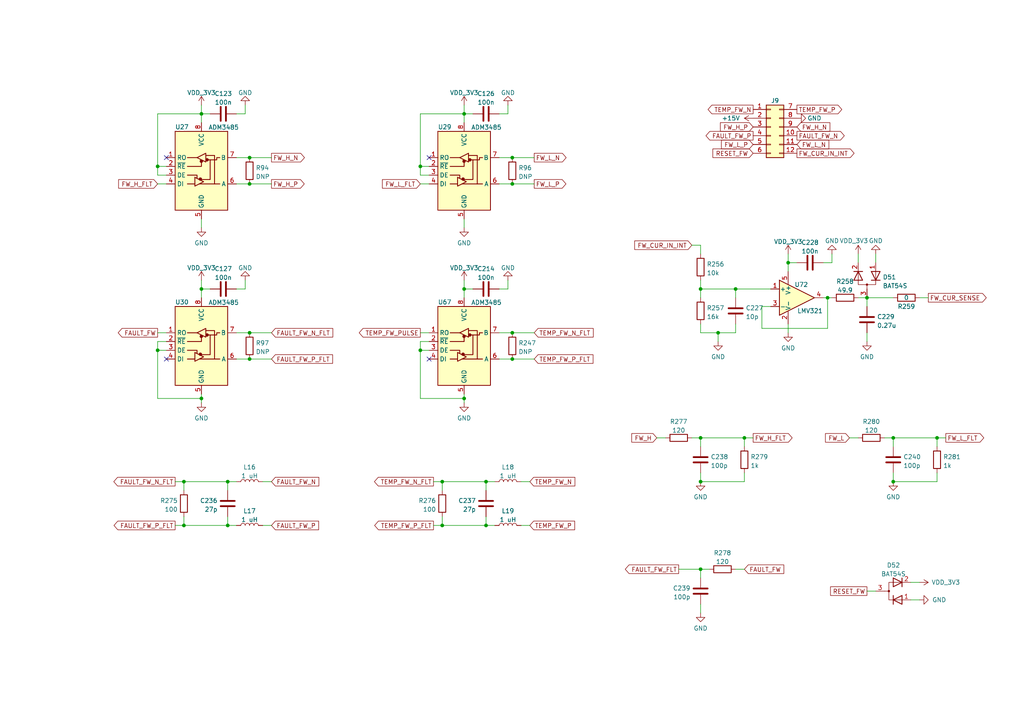
<source format=kicad_sch>
(kicad_sch (version 20231120) (generator "eeschema") (generator_version "8.0")
  (paper "A4")
  (lib_symbols
    (symbol "Amplifier_Operational:LMV321" (pin_names (offset 0.127))
      (property "Reference" "U" (at 0 5.08 0))
      (property "Value" "LMV321" (at 0 -5.08 0))
      (symbol "LMV321_0_1"
        (polyline (pts (xy -5.08 5.08) (xy 5.08 0) (xy -5.08 -5.08) (xy -5.08 5.08)) (stroke (width 0.254)) (fill (type background)))
        (pin power_in line (at -2.54 -7.62 90) (length 3.81) (name "V-") (number "2"))
        (pin power_in line (at -2.54 7.62 270) (length 3.81) (name "V+") (number "5"))
      )
      (symbol "LMV321_1_1"
        (pin input line (at -7.62 2.54 0) (length 2.54) (name "+") (number "1"))
        (pin input line (at -7.62 -2.54 0) (length 2.54) (name "-") (number "3"))
        (pin output line (at 7.62 0 180) (length 2.54) (name "~") (number "4"))
      )
    )
    (symbol "Connector_Generic:Conn_02x06_Top_Bottom" (pin_names (offset 1.016) hide)
      (property "Reference" "J" (at 1.27 7.62 0))
      (property "Value" "Conn_02x06_Top_Bottom" (at 1.27 -10.16 0))
      (symbol "Conn_02x06_Top_Bottom_1_1"
        (rectangle (start -1.27 -7.493) (end 0 -7.747) (stroke (width 0.1524)))
        (rectangle (start -1.27 -4.953) (end 0 -5.207) (stroke (width 0.1524)))
        (rectangle (start -1.27 -2.413) (end 0 -2.667) (stroke (width 0.1524)))
        (rectangle (start -1.27 0.127) (end 0 -0.127) (stroke (width 0.1524)))
        (rectangle (start -1.27 2.667) (end 0 2.413) (stroke (width 0.1524)))
        (rectangle (start -1.27 5.207) (end 0 4.953) (stroke (width 0.1524)))
        (rectangle (start -1.27 6.35) (end 3.81 -8.89) (stroke (width 0.254)) (fill (type background)))
        (rectangle (start 3.81 -7.493) (end 2.54 -7.747) (stroke (width 0.1524)))
        (rectangle (start 3.81 -4.953) (end 2.54 -5.207) (stroke (width 0.1524)))
        (rectangle (start 3.81 -2.413) (end 2.54 -2.667) (stroke (width 0.1524)))
        (rectangle (start 3.81 0.127) (end 2.54 -0.127) (stroke (width 0.1524)))
        (rectangle (start 3.81 2.667) (end 2.54 2.413) (stroke (width 0.1524)))
        (rectangle (start 3.81 5.207) (end 2.54 4.953) (stroke (width 0.1524)))
        (pin passive line (at -5.08 5.08 0) (length 3.81) (name "Pin_1") (number "1"))
        (pin passive line (at 7.62 -2.54 180) (length 3.81) (name "Pin_10") (number "10"))
        (pin passive line (at 7.62 -5.08 180) (length 3.81) (name "Pin_11") (number "11"))
        (pin passive line (at 7.62 -7.62 180) (length 3.81) (name "Pin_12") (number "12"))
        (pin passive line (at -5.08 2.54 0) (length 3.81) (name "Pin_2") (number "2"))
        (pin passive line (at -5.08 0 0) (length 3.81) (name "Pin_3") (number "3"))
        (pin passive line (at -5.08 -2.54 0) (length 3.81) (name "Pin_4") (number "4"))
        (pin passive line (at -5.08 -5.08 0) (length 3.81) (name "Pin_5") (number "5"))
        (pin passive line (at -5.08 -7.62 0) (length 3.81) (name "Pin_6") (number "6"))
        (pin passive line (at 7.62 5.08 180) (length 3.81) (name "Pin_7") (number "7"))
        (pin passive line (at 7.62 2.54 180) (length 3.81) (name "Pin_8") (number "8"))
        (pin passive line (at 7.62 0 180) (length 3.81) (name "Pin_9") (number "9"))
      )
    )
    (symbol "Device:C" (pin_numbers hide) (pin_names (offset 0.254))
      (property "Reference" "C" (at 0.635 2.54 0))
      (property "Value" "C" (at 0.635 -2.54 0))
      (symbol "C_0_1"
        (polyline (pts (xy -2.032 -0.762) (xy 2.032 -0.762)) (stroke (width 0.508)))
        (polyline (pts (xy -2.032 0.762) (xy 2.032 0.762)) (stroke (width 0.508)))
      )
      (symbol "C_1_1"
        (pin passive line (at 0 3.81 270) (length 2.794) (name "~") (number "1"))
        (pin passive line (at 0 -3.81 90) (length 2.794) (name "~") (number "2"))
      )
    )
    (symbol "Device:D_Dual_Series_AKC_Parallel" (pin_names (offset 0.762) hide)
      (property "Reference" "D" (at 0 5.08 0))
      (property "Value" "D_Dual_Series_AKC_Parallel" (at 0 -5.08 0))
      (symbol "D_Dual_Series_AKC_Parallel_0_0"
        (polyline (pts (xy 0 -1.27) (xy 0 -3.81)) (stroke (width 0.254)))
        (polyline (pts (xy 2.54 3.81) (xy 2.54 1.27)) (stroke (width 0.254)))
      )
      (symbol "D_Dual_Series_AKC_Parallel_0_1"
        (circle (center -1.27 0) (radius 0.254) (fill (type outline)))
        (polyline (pts (xy -1.27 0) (xy -2.54 0)))
        (polyline (pts (xy 2.54 2.54) (xy -1.27 2.54) (xy -1.27 -2.54) (xy 2.54 -2.54)))
        (polyline (pts (xy 0 3.81) (xy 2.54 2.54) (xy 0 1.27) (xy 0 3.81) (xy 0 3.81) (xy 0 3.81)) (stroke (width 0.254)))
        (polyline (pts (xy 2.54 -1.27) (xy 0 -2.54) (xy 2.54 -3.81) (xy 2.54 -1.27) (xy 2.54 -1.27) (xy 2.54 -1.27)) (stroke (width 0.254)))
        (pin passive line (at 5.08 -2.54 180) (length 2.54) (name "K") (number "1"))
        (pin passive line (at 5.08 2.54 180) (length 2.54) (name "K") (number "2"))
        (pin passive line (at -5.08 0 0) (length 2.54) (name "A") (number "3"))
      )
    )
    (symbol "Device:L" (pin_numbers hide) (pin_names (offset 1.016) hide)
      (property "Reference" "L" (at -1.27 0 90))
      (property "Value" "L" (at 1.905 0 90))
      (symbol "L_0_1"
        (arc (start 0 -2.54) (mid 0.6323 -1.905) (end 0 -1.27))
        (arc (start 0 -1.27) (mid 0.6323 -0.635) (end 0 0))
        (arc (start 0 0) (mid 0.6323 0.635) (end 0 1.27))
        (arc (start 0 1.27) (mid 0.6323 1.905) (end 0 2.54))
      )
      (symbol "L_1_1"
        (pin passive line (at 0 3.81 270) (length 1.27) (name "1") (number "1"))
        (pin passive line (at 0 -3.81 90) (length 1.27) (name "2") (number "2"))
      )
    )
    (symbol "Device:R" (pin_numbers hide) (pin_names (offset 0))
      (property "Reference" "R" (at 2.032 0 90))
      (property "Value" "R" (at 0 0 90))
      (symbol "R_0_1"
        (rectangle (start -1.016 -2.54) (end 1.016 2.54) (stroke (width 0.254)))
      )
      (symbol "R_1_1"
        (pin passive line (at 0 3.81 270) (length 1.27) (name "~") (number "1"))
        (pin passive line (at 0 -3.81 90) (length 1.27) (name "~") (number "2"))
      )
    )
    (symbol "Project_Library:ADM3485"
      (property "Reference" "U" (at -6.096 11.43 0))
      (property "Value" "ADM3485" (at 0.762 11.43 0))
      (symbol "ADM3485_0_1"
        (rectangle (start -7.62 10.16) (end 7.62 -12.7) (stroke (width 0.254)) (fill (type background)))
        (circle (center -0.3048 -3.683) (radius 0.3556) (stroke (width 0.254)) (fill (type outline)))
        (circle (center -0.0254 1.4986) (radius 0.3556) (stroke (width 0.254)) (fill (type outline)))
        (polyline (pts (xy -4.064 -5.08) (xy -1.905 -5.08)) (stroke (width 0.254)))
        (polyline (pts (xy -4.064 2.54) (xy -1.27 2.54)) (stroke (width 0.254)))
        (polyline (pts (xy -1.27 -3.2004) (xy -1.27 -3.4544)) (stroke (width 0.254)))
        (polyline (pts (xy -0.635 -5.08) (xy 5.334 -5.08)) (stroke (width 0.254)))
        (polyline (pts (xy -4.064 -2.54) (xy -1.27 -2.54) (xy -1.27 -3.175)) (stroke (width 0.254)))
        (polyline (pts (xy 0 1.27) (xy 0 0) (xy -4.064 0)) (stroke (width 0.254)))
        (polyline (pts (xy 1.27 3.175) (xy 3.81 3.175) (xy 3.81 -5.08)) (stroke (width 0.254)))
        (polyline (pts (xy 2.54 1.905) (xy 2.54 -3.81) (xy 0 -3.81)) (stroke (width 0.254)))
        (polyline (pts (xy -1.905 -3.175) (xy -1.905 -5.715) (xy 0.635 -4.445) (xy -1.905 -3.175)) (stroke (width 0.254)))
        (polyline (pts (xy -1.27 2.54) (xy 1.27 3.81) (xy 1.27 1.27) (xy -1.27 2.54)) (stroke (width 0.254)))
        (polyline (pts (xy 1.905 1.905) (xy 4.445 1.905) (xy 4.445 2.54) (xy 5.334 2.54)) (stroke (width 0.254)))
        (rectangle (start 1.27 3.175) (end 1.27 3.175))
        (circle (center 1.651 1.905) (radius 0.3556) (stroke (width 0.254)) (fill (type outline)))
      )
      (symbol "ADM3485_1_1"
        (pin output line (at -10.16 2.54 0) (length 2.54) (name "RO") (number "1"))
        (pin input line (at -10.16 0 0) (length 2.54) (name "~{RE}") (number "2"))
        (pin input line (at -10.16 -2.54 0) (length 2.54) (name "DE") (number "3"))
        (pin input line (at -10.16 -5.08 0) (length 2.54) (name "DI") (number "4"))
        (pin power_in line (at 0 -15.24 90) (length 2.54) (name "GND") (number "5"))
        (pin bidirectional line (at 10.16 -5.08 180) (length 2.54) (name "A") (number "6"))
        (pin bidirectional line (at 10.16 2.54 180) (length 2.54) (name "B") (number "7"))
        (pin power_in line (at 0 12.7 270) (length 2.54) (name "VCC") (number "8"))
      )
    )
    (symbol "Project_Library:VDD_3V3" (power) (pin_names (offset 0))
      (property "Value" "VDD_3V3" (at 0 3.81 0))
      (symbol "VDD_3V3_0_1"
        (polyline (pts (xy -0.762 1.27) (xy 0 2.54)))
        (polyline (pts (xy 0 0) (xy 0 2.54)))
        (polyline (pts (xy 0 2.54) (xy 0.762 1.27)))
      )
      (symbol "VDD_3V3_1_1"
        (pin power_in line (at 0 0 90) (length 0) hide (name "VDD_3V3") (number "1"))
      )
    )
    (symbol "power:+15V" (power) (pin_names (offset 0))
      (property "Value" "+15V" (at 0 3.556 0))
      (symbol "+15V_0_1"
        (polyline (pts (xy -0.762 1.27) (xy 0 2.54)))
        (polyline (pts (xy 0 0) (xy 0 2.54)))
        (polyline (pts (xy 0 2.54) (xy 0.762 1.27)))
      )
      (symbol "+15V_1_1"
        (pin power_in line (at 0 0 90) (length 0) hide (name "+15V") (number "1"))
      )
    )
    (symbol "power:GND" (power) (pin_names (offset 0))
      (property "Value" "GND" (at 0 -3.81 0))
      (symbol "GND_0_1"
        (polyline (pts (xy 0 0) (xy 0 -1.27) (xy 1.27 -1.27) (xy 0 -2.54) (xy -1.27 -1.27) (xy 0 -1.27)))
      )
      (symbol "GND_1_1"
        (pin power_in line (at 0 0 270) (length 0) hide (name "GND") (number "1"))
      )
    )
  )
  (junction (at 121.92 101.6))
  (junction (at 140.97 152.4))
  (junction (at 228.6 76.2))
  (junction (at 53.34 152.4))
  (junction (at 58.42 115.57))
  (junction (at 148.59 104.14))
  (junction (at 203.2 139.7))
  (junction (at 53.34 139.7))
  (junction (at 134.62 83.82))
  (junction (at 72.39 53.34))
  (junction (at 203.2 165.1))
  (junction (at 58.42 83.82))
  (junction (at 240.03 86.36))
  (junction (at 148.59 53.34))
  (junction (at 66.04 152.4))
  (junction (at 128.27 139.7))
  (junction (at 45.72 101.6))
  (junction (at 259.08 127))
  (junction (at 140.97 139.7))
  (junction (at 271.78 127))
  (junction (at 148.59 96.52))
  (junction (at 72.39 104.14))
  (junction (at 58.42 33.02))
  (junction (at 215.9 127))
  (junction (at 72.39 45.72))
  (junction (at 128.27 152.4))
  (junction (at 148.59 45.72))
  (junction (at 45.72 48.26))
  (junction (at 251.46 86.36))
  (junction (at 203.2 127))
  (junction (at 208.28 96.52))
  (junction (at 213.36 83.82))
  (junction (at 66.04 139.7))
  (junction (at 259.08 139.7))
  (junction (at 72.39 96.52))
  (junction (at 121.92 48.26))
  (junction (at 134.62 33.02))
  (junction (at 134.62 115.57))
  (junction (at 203.2 83.82))
  (no_connect (at 124.46 104.14))
  (no_connect (at 48.26 104.14))
  (no_connect (at 48.26 45.72))
  (no_connect (at 124.46 45.72))
  (wire (pts (xy 228.6 76.2) (xy 228.6 78.74)))
  (wire (pts (xy 208.28 99.06) (xy 208.28 96.52)))
  (wire (pts (xy 266.7 86.36) (xy 269.24 86.36)))
  (wire (pts (xy 200.66 127) (xy 203.2 127)))
  (wire (pts (xy 203.2 96.52) (xy 208.28 96.52)))
  (wire (pts (xy 71.12 30.48) (xy 71.12 33.02)))
  (wire (pts (xy 68.58 53.34) (xy 72.39 53.34)))
  (wire (pts (xy 143.51 139.7) (xy 140.97 139.7)))
  (wire (pts (xy 121.92 96.52) (xy 124.46 96.52)))
  (wire (pts (xy 251.46 88.9) (xy 251.46 86.36)))
  (wire (pts (xy 134.62 83.82) (xy 137.16 83.82)))
  (wire (pts (xy 223.52 83.82) (xy 213.36 83.82)))
  (wire (pts (xy 231.14 76.2) (xy 228.6 76.2)))
  (wire (pts (xy 144.78 96.52) (xy 148.59 96.52)))
  (wire (pts (xy 144.78 104.14) (xy 148.59 104.14)))
  (wire (pts (xy 256.54 127) (xy 259.08 127)))
  (wire (pts (xy 134.62 63.5) (xy 134.62 66.04)))
  (wire (pts (xy 124.46 99.06) (xy 121.92 99.06)))
  (wire (pts (xy 45.72 101.6) (xy 45.72 115.57)))
  (wire (pts (xy 251.46 86.36) (xy 259.08 86.36)))
  (wire (pts (xy 124.46 50.8) (xy 121.92 50.8)))
  (wire (pts (xy 266.7 173.99) (xy 264.16 173.99)))
  (wire (pts (xy 58.42 83.82) (xy 60.96 83.82)))
  (wire (pts (xy 220.98 88.9) (xy 223.52 88.9)))
  (wire (pts (xy 71.12 81.28) (xy 71.12 83.82)))
  (wire (pts (xy 140.97 152.4) (xy 143.51 152.4)))
  (wire (pts (xy 72.39 53.34) (xy 78.74 53.34)))
  (wire (pts (xy 271.78 139.7) (xy 259.08 139.7)))
  (wire (pts (xy 53.34 149.86) (xy 53.34 152.4)))
  (wire (pts (xy 248.92 73.66) (xy 248.92 76.2)))
  (wire (pts (xy 53.34 152.4) (xy 50.8 152.4)))
  (wire (pts (xy 228.6 73.66) (xy 228.6 76.2)))
  (wire (pts (xy 140.97 149.86) (xy 140.97 152.4)))
  (wire (pts (xy 48.26 50.8) (xy 45.72 50.8)))
  (wire (pts (xy 128.27 139.7) (xy 125.73 139.7)))
  (wire (pts (xy 203.2 83.82) (xy 203.2 86.36)))
  (wire (pts (xy 147.32 30.48) (xy 147.32 33.02)))
  (wire (pts (xy 53.34 139.7) (xy 50.8 139.7)))
  (wire (pts (xy 53.34 139.7) (xy 53.34 142.24)))
  (wire (pts (xy 208.28 96.52) (xy 213.36 96.52)))
  (wire (pts (xy 78.74 152.4) (xy 76.2 152.4)))
  (wire (pts (xy 147.32 81.28) (xy 147.32 83.82)))
  (wire (pts (xy 121.92 50.8) (xy 121.92 48.26)))
  (wire (pts (xy 246.38 127) (xy 248.92 127)))
  (wire (pts (xy 66.04 152.4) (xy 68.58 152.4)))
  (wire (pts (xy 259.08 137.16) (xy 259.08 139.7)))
  (wire (pts (xy 144.78 45.72) (xy 148.59 45.72)))
  (wire (pts (xy 58.42 63.5) (xy 58.42 66.04)))
  (wire (pts (xy 215.9 127) (xy 215.9 129.54)))
  (wire (pts (xy 215.9 139.7) (xy 203.2 139.7)))
  (wire (pts (xy 78.74 139.7) (xy 76.2 139.7)))
  (wire (pts (xy 196.85 165.1) (xy 203.2 165.1)))
  (wire (pts (xy 148.59 53.34) (xy 154.94 53.34)))
  (wire (pts (xy 58.42 33.02) (xy 60.96 33.02)))
  (wire (pts (xy 124.46 101.6) (xy 121.92 101.6)))
  (wire (pts (xy 220.98 88.9) (xy 220.98 95.25)))
  (wire (pts (xy 134.62 33.02) (xy 137.16 33.02)))
  (wire (pts (xy 45.72 33.02) (xy 45.72 48.26)))
  (wire (pts (xy 128.27 152.4) (xy 140.97 152.4)))
  (wire (pts (xy 240.03 86.36) (xy 241.3 86.36)))
  (wire (pts (xy 134.62 81.28) (xy 134.62 83.82)))
  (wire (pts (xy 220.98 95.25) (xy 240.03 95.25)))
  (wire (pts (xy 134.62 33.02) (xy 134.62 35.56)))
  (wire (pts (xy 190.5 127) (xy 193.04 127)))
  (wire (pts (xy 148.59 96.52) (xy 154.94 96.52)))
  (wire (pts (xy 241.3 76.2) (xy 241.3 73.66)))
  (wire (pts (xy 213.36 93.98) (xy 213.36 96.52)))
  (wire (pts (xy 240.03 95.25) (xy 240.03 86.36)))
  (wire (pts (xy 121.92 33.02) (xy 134.62 33.02)))
  (wire (pts (xy 128.27 139.7) (xy 128.27 142.24)))
  (wire (pts (xy 48.26 99.06) (xy 45.72 99.06)))
  (wire (pts (xy 121.92 101.6) (xy 121.92 99.06)))
  (wire (pts (xy 45.72 50.8) (xy 45.72 48.26)))
  (wire (pts (xy 148.59 45.72) (xy 154.94 45.72)))
  (wire (pts (xy 205.74 165.1) (xy 203.2 165.1)))
  (wire (pts (xy 144.78 53.34) (xy 148.59 53.34)))
  (wire (pts (xy 147.32 83.82) (xy 144.78 83.82)))
  (wire (pts (xy 140.97 139.7) (xy 128.27 139.7)))
  (wire (pts (xy 72.39 45.72) (xy 78.74 45.72)))
  (wire (pts (xy 66.04 139.7) (xy 66.04 142.24)))
  (wire (pts (xy 128.27 149.86) (xy 128.27 152.4)))
  (wire (pts (xy 248.92 86.36) (xy 251.46 86.36)))
  (wire (pts (xy 58.42 114.3) (xy 58.42 115.57)))
  (wire (pts (xy 121.92 33.02) (xy 121.92 48.26)))
  (wire (pts (xy 121.92 101.6) (xy 121.92 115.57)))
  (wire (pts (xy 124.46 48.26) (xy 121.92 48.26)))
  (wire (pts (xy 266.7 168.91) (xy 264.16 168.91)))
  (wire (pts (xy 53.34 152.4) (xy 66.04 152.4)))
  (wire (pts (xy 148.59 104.14) (xy 154.94 104.14)))
  (wire (pts (xy 58.42 30.48) (xy 58.42 33.02)))
  (wire (pts (xy 271.78 127) (xy 271.78 129.54)))
  (wire (pts (xy 147.32 33.02) (xy 144.78 33.02)))
  (wire (pts (xy 58.42 81.28) (xy 58.42 83.82)))
  (wire (pts (xy 45.72 115.57) (xy 58.42 115.57)))
  (wire (pts (xy 254 73.66) (xy 254 76.2)))
  (wire (pts (xy 203.2 137.16) (xy 203.2 139.7)))
  (wire (pts (xy 58.42 33.02) (xy 58.42 35.56)))
  (wire (pts (xy 203.2 93.98) (xy 203.2 96.52)))
  (wire (pts (xy 68.58 104.14) (xy 72.39 104.14)))
  (wire (pts (xy 121.92 115.57) (xy 134.62 115.57)))
  (wire (pts (xy 128.27 152.4) (xy 125.73 152.4)))
  (wire (pts (xy 134.62 83.82) (xy 134.62 86.36)))
  (wire (pts (xy 45.72 53.34) (xy 48.26 53.34)))
  (wire (pts (xy 45.72 96.52) (xy 48.26 96.52)))
  (wire (pts (xy 72.39 96.52) (xy 78.74 96.52)))
  (wire (pts (xy 215.9 137.16) (xy 215.9 139.7)))
  (wire (pts (xy 45.72 101.6) (xy 45.72 99.06)))
  (wire (pts (xy 72.39 104.14) (xy 78.74 104.14)))
  (wire (pts (xy 238.76 76.2) (xy 241.3 76.2)))
  (wire (pts (xy 58.42 83.82) (xy 58.42 86.36)))
  (wire (pts (xy 68.58 96.52) (xy 72.39 96.52)))
  (wire (pts (xy 71.12 83.82) (xy 68.58 83.82)))
  (wire (pts (xy 153.67 152.4) (xy 151.13 152.4)))
  (wire (pts (xy 271.78 137.16) (xy 271.78 139.7)))
  (wire (pts (xy 48.26 101.6) (xy 45.72 101.6)))
  (wire (pts (xy 215.9 165.1) (xy 213.36 165.1)))
  (wire (pts (xy 48.26 48.26) (xy 45.72 48.26)))
  (wire (pts (xy 58.42 115.57) (xy 58.42 116.84)))
  (wire (pts (xy 140.97 139.7) (xy 140.97 142.24)))
  (wire (pts (xy 203.2 175.26) (xy 203.2 177.8)))
  (wire (pts (xy 134.62 115.57) (xy 134.62 116.84)))
  (wire (pts (xy 66.04 139.7) (xy 53.34 139.7)))
  (wire (pts (xy 238.76 86.36) (xy 240.03 86.36)))
  (wire (pts (xy 251.46 96.52) (xy 251.46 99.06)))
  (wire (pts (xy 71.12 33.02) (xy 68.58 33.02)))
  (wire (pts (xy 251.46 171.45) (xy 254 171.45)))
  (wire (pts (xy 228.6 93.98) (xy 228.6 96.52)))
  (wire (pts (xy 200.66 71.12) (xy 203.2 71.12)))
  (wire (pts (xy 203.2 127) (xy 203.2 129.54)))
  (wire (pts (xy 259.08 127) (xy 259.08 129.54)))
  (wire (pts (xy 153.67 139.7) (xy 151.13 139.7)))
  (wire (pts (xy 215.9 127) (xy 218.44 127)))
  (wire (pts (xy 203.2 83.82) (xy 213.36 83.82)))
  (wire (pts (xy 68.58 45.72) (xy 72.39 45.72)))
  (wire (pts (xy 271.78 127) (xy 274.32 127)))
  (wire (pts (xy 68.58 139.7) (xy 66.04 139.7)))
  (wire (pts (xy 45.72 33.02) (xy 58.42 33.02)))
  (wire (pts (xy 213.36 83.82) (xy 213.36 86.36)))
  (wire (pts (xy 259.08 127) (xy 271.78 127)))
  (wire (pts (xy 203.2 73.66) (xy 203.2 71.12)))
  (wire (pts (xy 203.2 165.1) (xy 203.2 167.64)))
  (wire (pts (xy 203.2 81.28) (xy 203.2 83.82)))
  (wire (pts (xy 66.04 149.86) (xy 66.04 152.4)))
  (wire (pts (xy 134.62 30.48) (xy 134.62 33.02)))
  (wire (pts (xy 203.2 127) (xy 215.9 127)))
  (wire (pts (xy 134.62 114.3) (xy 134.62 115.57)))
  (wire (pts (xy 121.92 53.34) (xy 124.46 53.34)))
  (global_label "TEMP_FW_PULSE" (shape output) (at 121.92 96.52 180) (property "Intersheetrefs" "${INTERSHEET_REFS}" (effects (hide yes))))
  (global_label "FW_L_FLT" (shape output) (at 274.32 127 0) (property "Intersheetrefs" "${INTERSHEET_REFS}" (effects (hide yes))))
  (global_label "FAULT_FW" (shape input) (at 215.9 165.1 0) (property "Intersheetrefs" "${INTERSHEET_REFS}" (effects (hide yes))))
  (global_label "TEMP_FW_P_FLT" (shape input) (at 154.94 104.14 0) (property "Intersheetrefs" "${INTERSHEET_REFS}" (effects (hide yes))))
  (global_label "FW_CUR_SENSE" (shape output) (at 269.24 86.36 0) (property "Intersheetrefs" "${INTERSHEET_REFS}" (effects (hide yes))))
  (global_label "FAULT_FW_N" (shape output) (at 231.14 39.37 0) (property "Intersheetrefs" "${INTERSHEET_REFS}" (effects (hide yes))))
  (global_label "FW_CUR_IN_INT" (shape output) (at 231.14 44.45 0) (property "Intersheetrefs" "${INTERSHEET_REFS}" (effects (hide yes))))
  (global_label "FAULT_FW" (shape output) (at 45.72 96.52 180) (property "Intersheetrefs" "${INTERSHEET_REFS}" (effects (hide yes))))
  (global_label "TEMP_FW_P_FLT" (shape output) (at 125.73 152.4 180) (property "Intersheetrefs" "${INTERSHEET_REFS}" (effects (hide yes))))
  (global_label "FW_L" (shape input) (at 246.38 127 180) (property "Intersheetrefs" "${INTERSHEET_REFS}" (effects (hide yes))))
  (global_label "FW_H" (shape input) (at 190.5 127 180) (property "Intersheetrefs" "${INTERSHEET_REFS}" (effects (hide yes))))
  (global_label "FAULT_FW_P" (shape output) (at 218.44 39.37 180) (property "Intersheetrefs" "${INTERSHEET_REFS}" (effects (hide yes))))
  (global_label "FW_H_FLT" (shape output) (at 218.44 127 0) (property "Intersheetrefs" "${INTERSHEET_REFS}" (effects (hide yes))))
  (global_label "TEMP_FW_P" (shape input) (at 153.67 152.4 0) (property "Intersheetrefs" "${INTERSHEET_REFS}" (effects (hide yes))))
  (global_label "FAULT_FW_N_FLT" (shape output) (at 50.8 139.7 180) (property "Intersheetrefs" "${INTERSHEET_REFS}" (effects (hide yes))))
  (global_label "FW_H_P" (shape input) (at 218.44 36.83 180) (property "Intersheetrefs" "${INTERSHEET_REFS}" (effects (hide yes))))
  (global_label "FW_H_FLT" (shape input) (at 45.72 53.34 180) (property "Intersheetrefs" "${INTERSHEET_REFS}" (effects (hide yes))))
  (global_label "TEMP_FW_N_FLT" (shape output) (at 125.73 139.7 180) (property "Intersheetrefs" "${INTERSHEET_REFS}" (effects (hide yes))))
  (global_label "TEMP_FW_N" (shape input) (at 153.67 139.7 0) (property "Intersheetrefs" "${INTERSHEET_REFS}" (effects (hide yes))))
  (global_label "FAULT_FW_P_FLT" (shape output) (at 50.8 152.4 180) (property "Intersheetrefs" "${INTERSHEET_REFS}" (effects (hide yes))))
  (global_label "FAULT_FW_N" (shape input) (at 78.74 139.7 0) (property "Intersheetrefs" "${INTERSHEET_REFS}" (effects (hide yes))))
  (global_label "RESET_FW" (shape passive) (at 251.46 171.45 180) (property "Intersheetrefs" "${INTERSHEET_REFS}" (effects (hide yes))))
  (global_label "TEMP_FW_P" (shape output) (at 231.14 31.75 0) (property "Intersheetrefs" "${INTERSHEET_REFS}" (effects (hide yes))))
  (global_label "FW_H_P" (shape output) (at 78.74 53.34 0) (property "Intersheetrefs" "${INTERSHEET_REFS}" (effects (hide yes))))
  (global_label "FAULT_FW_FLT" (shape output) (at 196.85 165.1 180) (property "Intersheetrefs" "${INTERSHEET_REFS}" (effects (hide yes))))
  (global_label "FW_H_N" (shape input) (at 231.14 36.83 0) (property "Intersheetrefs" "${INTERSHEET_REFS}" (effects (hide yes))))
  (global_label "TEMP_FW_N" (shape output) (at 218.44 31.75 180) (property "Intersheetrefs" "${INTERSHEET_REFS}" (effects (hide yes))))
  (global_label "RESET_FW" (shape input) (at 218.44 44.45 180) (property "Intersheetrefs" "${INTERSHEET_REFS}" (effects (hide yes))))
  (global_label "FAULT_FW_N_FLT" (shape input) (at 78.74 96.52 0) (property "Intersheetrefs" "${INTERSHEET_REFS}" (effects (hide yes))))
  (global_label "FAULT_FW_P_FLT" (shape input) (at 78.74 104.14 0) (property "Intersheetrefs" "${INTERSHEET_REFS}" (effects (hide yes))))
  (global_label "FW_L_P" (shape output) (at 154.94 53.34 0) (property "Intersheetrefs" "${INTERSHEET_REFS}" (effects (hide yes))))
  (global_label "FAULT_FW_P" (shape input) (at 78.74 152.4 0) (property "Intersheetrefs" "${INTERSHEET_REFS}" (effects (hide yes))))
  (global_label "FW_L_N" (shape input) (at 231.14 41.91 0) (property "Intersheetrefs" "${INTERSHEET_REFS}" (effects (hide yes))))
  (global_label "FW_CUR_IN_INT" (shape input) (at 200.66 71.12 180) (property "Intersheetrefs" "${INTERSHEET_REFS}" (effects (hide yes))))
  (global_label "TEMP_FW_N_FLT" (shape input) (at 154.94 96.52 0) (property "Intersheetrefs" "${INTERSHEET_REFS}" (effects (hide yes))))
  (global_label "FW_H_N" (shape output) (at 78.74 45.72 0) (property "Intersheetrefs" "${INTERSHEET_REFS}" (effects (hide yes))))
  (global_label "FW_L_N" (shape output) (at 154.94 45.72 0) (property "Intersheetrefs" "${INTERSHEET_REFS}" (effects (hide yes))))
  (global_label "FW_L_FLT" (shape input) (at 121.92 53.34 180) (property "Intersheetrefs" "${INTERSHEET_REFS}" (effects (hide yes))))
  (global_label "FW_L_P" (shape input) (at 218.44 41.91 180) (property "Intersheetrefs" "${INTERSHEET_REFS}" (effects (hide yes))))
  (symbol (lib_id "Device:R") (at 148.59 49.53 0) (unit 1)
    (property "Reference" "R96" (at 150.368 48.6953 0) (effects (justify left)))
    (property "Value" "DNP" (at 150.368 51.2322 0) (effects (justify left)))
    (property "Footprint" "Resistor_SMD:R_0805_2012Metric" (effects (hide yes)))
  )
  (symbol (lib_id "power:GND") (at 254 73.66 180) (unit 1)
    (property "Reference" "#PWR0438" (effects (hide yes)))
    (property "Value" "GND" (at 254 69.85 0))
  )
  (symbol (lib_id "Project_Library:VDD_3V3") (at 134.62 81.28 0) (unit 1)
    (property "Reference" "#PWR0409" (effects (hide yes)))
    (property "Value" "VDD_3V3" (at 134.62 77.7042 0))
  )
  (symbol (lib_id "power:GND") (at 58.42 66.04 0) (unit 1)
    (property "Reference" "#PWR0164" (effects (hide yes)))
    (property "Value" "GND" (at 58.42 70.4834 0))
  )
  (symbol (lib_id "Device:R") (at 53.34 146.05 0) (mirror x) (unit 1)
    (property "Reference" "R275" (at 51.562 145.2153 0) (effects (justify right)))
    (property "Value" "100" (at 51.562 147.7522 0) (effects (justify right)))
    (property "Footprint" "Resistor_SMD:R_0603_1608Metric" (effects (hide yes)))
  )
  (symbol (lib_id "Project_Library:VDD_3V3") (at 248.92 73.66 0) (unit 1)
    (property "Reference" "#PWR0437" (effects (hide yes)))
    (property "Value" "VDD_3V3" (at 247.65 69.85 0))
  )
  (symbol (lib_id "power:GND") (at 259.08 139.7 0) (unit 1)
    (property "Reference" "#PWR0455" (effects (hide yes)))
    (property "Value" "GND" (at 259.08 144.1434 0))
  )
  (symbol (lib_id "power:+15V") (at 218.44 34.29 90) (unit 1)
    (property "Reference" "#PWR0417" (effects (hide yes)))
    (property "Value" "+15V" (at 214.63 34.29 90) (effects (justify left)))
  )
  (symbol (lib_id "Device:C") (at 234.95 76.2 90) (unit 1)
    (property "Reference" "C228" (at 234.95 70.3412 90))
    (property "Value" "100n" (at 234.95 72.8781 90))
    (property "Footprint" "Capacitor_SMD:C_0603_1608Metric" (effects (hide yes)))
  )
  (symbol (lib_id "power:GND") (at 134.62 116.84 0) (unit 1)
    (property "Reference" "#PWR0410" (effects (hide yes)))
    (property "Value" "GND" (at 134.62 121.2834 0))
  )
  (symbol (lib_id "Project_Library:ADM3485") (at 134.62 48.26 0) (unit 1)
    (property "Reference" "U29" (at 127 36.83 0) (effects (justify left)))
    (property "Value" "ADM3485" (at 136.6394 36.9371 0) (effects (justify left)))
    (property "Footprint" "Package_SO:SOIC-8_3.9x4.9mm_P1.27mm" (effects (hide yes)))
    (property "Datasheet" "https://datasheet.lcsc.com/lcsc/2105241807_UMW-Youtai-Semiconductor-Co---Ltd--ADM3485EARZ_C2829053.pdf" (effects (hide yes)))
  )
  (symbol (lib_id "Device:R") (at 203.2 90.17 0) (unit 1)
    (property "Reference" "R257" (at 204.978 89.3353 0) (effects (justify left)))
    (property "Value" "16k" (at 204.978 91.8722 0) (effects (justify left)))
    (property "Footprint" "Resistor_SMD:R_0603_1608Metric" (effects (hide yes)))
  )
  (symbol (lib_id "Device:R") (at 72.39 49.53 0) (unit 1)
    (property "Reference" "R94" (at 74.168 48.6953 0) (effects (justify left)))
    (property "Value" "DNP" (at 74.168 51.2322 0) (effects (justify left)))
    (property "Footprint" "Resistor_SMD:R_0805_2012Metric" (effects (hide yes)))
  )
  (symbol (lib_id "Device:R") (at 252.73 127 90) (unit 1)
    (property "Reference" "R280" (at 252.73 122.2842 90))
    (property "Value" "120" (at 252.73 124.8211 90))
    (property "Footprint" "Resistor_SMD:R_0603_1608Metric" (effects (hide yes)))
  )
  (symbol (lib_id "power:GND") (at 266.7 173.99 90) (unit 1)
    (property "Reference" "#PWR0452" (effects (hide yes)))
    (property "Value" "GND" (at 272.415 173.99 90))
  )
  (symbol (lib_id "Project_Library:VDD_3V3") (at 134.62 30.48 0) (unit 1)
    (property "Reference" "#PWR0173" (effects (hide yes)))
    (property "Value" "VDD_3V3" (at 134.62 26.9042 0))
  )
  (symbol (lib_id "power:GND") (at 251.46 99.06 0) (unit 1)
    (property "Reference" "#PWR0433" (effects (hide yes)))
    (property "Value" "GND" (at 251.46 103.5034 0))
  )
  (symbol (lib_id "Device:L") (at 147.32 139.7 270) (mirror x) (unit 1)
    (property "Reference" "L18" (at 147.32 135.4922 90))
    (property "Value" "1 uH" (at 147.32 138.0291 90))
    (property "Footprint" "Inductor_SMD:L_0805_2012Metric" (effects (hide yes)))
  )
  (symbol (lib_id "Project_Library:VDD_3V3") (at 58.42 81.28 0) (unit 1)
    (property "Reference" "#PWR0176" (effects (hide yes)))
    (property "Value" "VDD_3V3" (at 58.42 77.7042 0))
  )
  (symbol (lib_id "power:GND") (at 203.2 177.8 0) (mirror y) (unit 1)
    (property "Reference" "#PWR0454" (effects (hide yes)))
    (property "Value" "GND" (at 203.2 182.2434 0))
  )
  (symbol (lib_id "power:GND") (at 71.12 30.48 180) (unit 1)
    (property "Reference" "#PWR0166" (effects (hide yes)))
    (property "Value" "GND" (at 71.12 26.9042 0))
  )
  (symbol (lib_id "Project_Library:VDD_3V3") (at 58.42 30.48 0) (unit 1)
    (property "Reference" "#PWR0163" (effects (hide yes)))
    (property "Value" "VDD_3V3" (at 58.42 26.9042 0))
  )
  (symbol (lib_id "Device:L") (at 147.32 152.4 270) (mirror x) (unit 1)
    (property "Reference" "L19" (at 147.32 148.1922 90))
    (property "Value" "1 uH" (at 147.32 150.7291 90))
    (property "Footprint" "Inductor_SMD:L_0805_2012Metric" (effects (hide yes)))
  )
  (symbol (lib_id "power:GND") (at 147.32 30.48 180) (unit 1)
    (property "Reference" "#PWR0175" (effects (hide yes)))
    (property "Value" "GND" (at 147.32 26.9042 0))
  )
  (symbol (lib_id "power:GND") (at 147.32 81.28 180) (unit 1)
    (property "Reference" "#PWR0411" (effects (hide yes)))
    (property "Value" "GND" (at 147.32 77.7042 0))
  )
  (symbol (lib_id "Device:R") (at 245.11 86.36 90) (unit 1)
    (property "Reference" "R258" (at 245.11 81.6442 90))
    (property "Value" "49.9" (at 245.11 84.1811 90))
    (property "Footprint" "Resistor_SMD:R_0603_1608Metric" (effects (hide yes)))
  )
  (symbol (lib_id "Device:R") (at 262.89 86.36 90) (unit 1)
    (property "Reference" "R259" (at 262.89 88.9 90))
    (property "Value" "0" (at 262.89 86.36 90))
    (property "Footprint" "Resistor_SMD:R_0603_1608Metric" (effects (hide yes)))
  )
  (symbol (lib_id "Project_Library:ADM3485") (at 58.42 99.06 0) (unit 1)
    (property "Reference" "U30" (at 50.8 87.63 0) (effects (justify left)))
    (property "Value" "ADM3485" (at 60.4394 87.7371 0) (effects (justify left)))
    (property "Footprint" "Package_SO:SOIC-8_3.9x4.9mm_P1.27mm" (effects (hide yes)))
    (property "Datasheet" "https://datasheet.lcsc.com/lcsc/2105241807_UMW-Youtai-Semiconductor-Co---Ltd--ADM3485EARZ_C2829053.pdf" (effects (hide yes)))
  )
  (symbol (lib_id "Device:C") (at 213.36 90.17 0) (unit 1)
    (property "Reference" "C227" (at 216.281 89.3353 0) (effects (justify left)))
    (property "Value" "10p" (at 216.281 91.8722 0) (effects (justify left)))
    (property "Footprint" "Capacitor_SMD:C_0603_1608Metric" (effects (hide yes)))
  )
  (symbol (lib_id "Device:L") (at 72.39 152.4 270) (mirror x) (unit 1)
    (property "Reference" "L17" (at 72.39 148.1922 90))
    (property "Value" "1 uH" (at 72.39 150.7291 90))
    (property "Footprint" "Inductor_SMD:L_0805_2012Metric" (effects (hide yes)))
  )
  (symbol (lib_id "Device:C") (at 140.97 83.82 90) (unit 1)
    (property "Reference" "C214" (at 140.97 77.9612 90))
    (property "Value" "100n" (at 140.97 80.4981 90))
    (property "Footprint" "Capacitor_SMD:C_1206_3216Metric" (effects (hide yes)))
  )
  (symbol (lib_id "Device:C") (at 140.97 33.02 90) (unit 1)
    (property "Reference" "C126" (at 140.97 27.1612 90))
    (property "Value" "100n" (at 140.97 29.6981 90))
    (property "Footprint" "Capacitor_SMD:C_1206_3216Metric" (effects (hide yes)))
  )
  (symbol (lib_id "Device:C") (at 203.2 171.45 0) (mirror y) (unit 1)
    (property "Reference" "C239" (at 200.279 170.6153 0) (effects (justify left)))
    (property "Value" "100p" (at 200.279 173.1522 0) (effects (justify left)))
    (property "Footprint" "Capacitor_SMD:C_0603_1608Metric" (effects (hide yes)))
  )
  (symbol (lib_id "power:GND") (at 58.42 116.84 0) (unit 1)
    (property "Reference" "#PWR0177" (effects (hide yes)))
    (property "Value" "GND" (at 58.42 121.2834 0))
  )
  (symbol (lib_id "Device:R") (at 215.9 133.35 180) (unit 1)
    (property "Reference" "R279" (at 217.678 132.5153 0) (effects (justify right)))
    (property "Value" "1k" (at 217.678 135.0522 0) (effects (justify right)))
    (property "Footprint" "Resistor_SMD:R_0603_1608Metric" (effects (hide yes)))
  )
  (symbol (lib_id "Device:C") (at 251.46 92.71 0) (unit 1)
    (property "Reference" "C229" (at 254.381 91.8753 0) (effects (justify left)))
    (property "Value" "0.27u" (at 254.381 94.4122 0) (effects (justify left)))
    (property "Footprint" "Capacitor_SMD:C_0603_1608Metric" (effects (hide yes)))
  )
  (symbol (lib_id "Amplifier_Operational:LMV321") (at 231.14 86.36 0) (unit 1)
    (property "Reference" "U72" (at 232.41 82.55 0))
    (property "Value" "LMV321" (at 234.95 90.17 0))
    (property "Footprint" "Package_TO_SOT_SMD:SOT-23-5" (effects (hide yes)))
    (property "Datasheet" "http://www.ti.com/lit/ds/symlink/lmv324.pdf" (effects (hide yes)))
  )
  (symbol (lib_id "Connector_Generic:Conn_02x06_Top_Bottom") (at 223.52 36.83 0) (unit 1)
    (property "Reference" "J9" (at 224.79 29.21 0))
    (property "Footprint" "Connector_Molex:Molex_Micro-Fit_3.0_43045-1200_2x06_P3.00mm_Horizontal" (effects (hide yes)))
    (property "Description" "Generic connector, double row, 02x06, top/bottom pin numbering scheme (row 1: 1...pins_per_row, row2: pins_per_row+1 ... num_pins), script generated (kicad-library-utils/schlib/autogen/connector/)" (effects (hide yes)))
  )
  (symbol (lib_id "Device:D_Dual_Series_AKC_Parallel") (at 259.08 171.45 0) (unit 1)
    (property "Reference" "D52" (at 259.1435 163.9402 0))
    (property "Value" "BAT54S" (at 259.1435 166.4771 0))
    (property "Footprint" "Package_TO_SOT_SMD:SOT-23" (effects (hide yes)))
  )
  (symbol (lib_id "Device:C") (at 259.08 133.35 0) (unit 1)
    (property "Reference" "C240" (at 262.001 132.5153 0) (effects (justify left)))
    (property "Value" "100p" (at 262.001 135.0522 0) (effects (justify left)))
    (property "Footprint" "Capacitor_SMD:C_0603_1608Metric" (effects (hide yes)))
  )
  (symbol (lib_id "Device:R") (at 196.85 127 90) (unit 1)
    (property "Reference" "R277" (at 196.85 122.2842 90))
    (property "Value" "120" (at 196.85 124.8211 90))
    (property "Footprint" "Resistor_SMD:R_0603_1608Metric" (effects (hide yes)))
  )
  (symbol (lib_id "Device:C") (at 203.2 133.35 0) (unit 1)
    (property "Reference" "C238" (at 206.121 132.5153 0) (effects (justify left)))
    (property "Value" "100p" (at 206.121 135.0522 0) (effects (justify left)))
    (property "Footprint" "Capacitor_SMD:C_0603_1608Metric" (effects (hide yes)))
  )
  (symbol (lib_id "Project_Library:VDD_3V3") (at 266.7 168.91 270) (unit 1)
    (property "Reference" "#PWR0451" (effects (hide yes)))
    (property "Value" "VDD_3V3" (at 274.32 168.91 90))
  )
  (symbol (lib_id "Device:R") (at 203.2 77.47 0) (unit 1)
    (property "Reference" "R256" (at 204.978 76.6353 0) (effects (justify left)))
    (property "Value" "10k" (at 204.978 79.1722 0) (effects (justify left)))
    (property "Footprint" "Resistor_SMD:R_0603_1608Metric" (effects (hide yes)))
  )
  (symbol (lib_id "Device:R") (at 128.27 146.05 0) (mirror x) (unit 1)
    (property "Reference" "R276" (at 126.492 145.2153 0) (effects (justify right)))
    (property "Value" "100" (at 126.492 147.7522 0) (effects (justify right)))
    (property "Footprint" "Resistor_SMD:R_0603_1608Metric" (effects (hide yes)))
  )
  (symbol (lib_id "power:GND") (at 134.62 66.04 0) (unit 1)
    (property "Reference" "#PWR0174" (effects (hide yes)))
    (property "Value" "GND" (at 134.62 70.4834 0))
  )
  (symbol (lib_id "Device:R") (at 209.55 165.1 270) (mirror x) (unit 1)
    (property "Reference" "R278" (at 209.55 160.3842 90))
    (property "Value" "120" (at 209.55 162.9211 90))
    (property "Footprint" "Resistor_SMD:R_0603_1608Metric" (effects (hide yes)))
  )
  (symbol (lib_id "Device:C") (at 66.04 146.05 0) (mirror y) (unit 1)
    (property "Reference" "C236" (at 63.119 145.2153 0) (effects (justify left)))
    (property "Value" "27p" (at 63.119 147.7522 0) (effects (justify left)))
    (property "Footprint" "Capacitor_SMD:C_0603_1608Metric" (effects (hide yes)))
  )
  (symbol (lib_id "Device:D_Dual_Series_AKC_Parallel") (at 251.46 81.28 90) (unit 1)
    (property "Reference" "D51" (at 256.032 80.3818 90) (effects (justify right)))
    (property "Value" "BAT54S" (at 256.032 82.9187 90) (effects (justify right)))
    (property "Footprint" "Package_TO_SOT_SMD:SOT-23" (effects (hide yes)))
  )
  (symbol (lib_id "Device:L") (at 72.39 139.7 270) (mirror x) (unit 1)
    (property "Reference" "L16" (at 72.39 135.4922 90))
    (property "Value" "1 uH" (at 72.39 138.0291 90))
    (property "Footprint" "Inductor_SMD:L_0805_2012Metric" (effects (hide yes)))
  )
  (symbol (lib_id "Project_Library:ADM3485") (at 58.42 48.26 0) (unit 1)
    (property "Reference" "U27" (at 50.8 36.83 0) (effects (justify left)))
    (property "Value" "ADM3485" (at 60.4394 36.9371 0) (effects (justify left)))
    (property "Footprint" "Package_SO:SOIC-8_3.9x4.9mm_P1.27mm" (effects (hide yes)))
    (property "Datasheet" "https://datasheet.lcsc.com/lcsc/2105241807_UMW-Youtai-Semiconductor-Co---Ltd--ADM3485EARZ_C2829053.pdf" (effects (hide yes)))
  )
  (symbol (lib_id "Device:R") (at 271.78 133.35 180) (unit 1)
    (property "Reference" "R281" (at 273.558 132.5153 0) (effects (justify right)))
    (property "Value" "1k" (at 273.558 135.0522 0) (effects (justify right)))
    (property "Footprint" "Resistor_SMD:R_0603_1608Metric" (effects (hide yes)))
  )
  (symbol (lib_id "Device:R") (at 148.59 100.33 0) (unit 1)
    (property "Reference" "R247" (at 150.368 99.4953 0) (effects (justify left)))
    (property "Value" "DNP" (at 150.368 102.0322 0) (effects (justify left)))
    (property "Footprint" "Resistor_SMD:R_0805_2012Metric" (effects (hide yes)))
  )
  (symbol (lib_id "Device:R") (at 72.39 100.33 0) (unit 1)
    (property "Reference" "R97" (at 74.168 99.4953 0) (effects (justify left)))
    (property "Value" "DNP" (at 74.168 102.0322 0) (effects (justify left)))
    (property "Footprint" "Resistor_SMD:R_0805_2012Metric" (effects (hide yes)))
  )
  (symbol (lib_id "power:GND") (at 208.28 99.06 0) (unit 1)
    (property "Reference" "#PWR0432" (effects (hide yes)))
    (property "Value" "GND" (at 208.28 103.5034 0))
  )
  (symbol (lib_id "power:GND") (at 203.2 139.7 0) (unit 1)
    (property "Reference" "#PWR068" (effects (hide yes)))
    (property "Value" "GND" (at 203.2 144.1434 0))
  )
  (symbol (lib_id "Device:C") (at 64.77 33.02 90) (unit 1)
    (property "Reference" "C123" (at 64.77 27.1612 90))
    (property "Value" "100n" (at 64.77 29.6981 90))
    (property "Footprint" "Capacitor_SMD:C_1206_3216Metric" (effects (hide yes)))
  )
  (symbol (lib_id "Device:C") (at 140.97 146.05 0) (mirror y) (unit 1)
    (property "Reference" "C237" (at 138.049 145.2153 0) (effects (justify left)))
    (property "Value" "27p" (at 138.049 147.7522 0) (effects (justify left)))
    (property "Footprint" "Capacitor_SMD:C_0603_1608Metric" (effects (hide yes)))
  )
  (symbol (lib_id "power:GND") (at 228.6 96.52 0) (unit 1)
    (property "Reference" "#PWR0434" (effects (hide yes)))
    (property "Value" "GND" (at 228.6 100.9634 0))
  )
  (symbol (lib_id "power:GND") (at 231.14 34.29 90) (unit 1)
    (property "Reference" "#PWR0418" (effects (hide yes)))
    (property "Value" "GND" (at 236.22 34.29 90))
  )
  (symbol (lib_id "power:GND") (at 71.12 81.28 180) (unit 1)
    (property "Reference" "#PWR0178" (effects (hide yes)))
    (property "Value" "GND" (at 71.12 77.7042 0))
  )
  (symbol (lib_id "Device:C") (at 64.77 83.82 90) (unit 1)
    (property "Reference" "C127" (at 64.77 77.9612 90))
    (property "Value" "100n" (at 64.77 80.4981 90))
    (property "Footprint" "Capacitor_SMD:C_1206_3216Metric" (effects (hide yes)))
  )
  (symbol (lib_id "power:GND") (at 241.3 73.66 180) (unit 1)
    (property "Reference" "#PWR0436" (effects (hide yes)))
    (property "Value" "GND" (at 241.3 69.85 0))
  )
  (symbol (lib_id "Project_Library:VDD_3V3") (at 228.6 73.66 0) (unit 1)
    (property "Reference" "#PWR0435" (effects (hide yes)))
    (property "Value" "VDD_3V3" (at 228.6 70.0842 0))
  )
  (symbol (lib_id "Project_Library:ADM3485") (at 134.62 99.06 0) (unit 1)
    (property "Reference" "U67" (at 127 87.63 0) (effects (justify left)))
    (property "Value" "ADM3485" (at 136.6394 87.7371 0) (effects (justify left)))
    (property "Footprint" "Package_SO:SOIC-8_3.9x4.9mm_P1.27mm" (effects (hide yes)))
    (property "Datasheet" "https://datasheet.lcsc.com/lcsc/2105241807_UMW-Youtai-Semiconductor-Co---Ltd--ADM3485EARZ_C2829053.pdf" (effects (hide yes)))
  )
)
</source>
